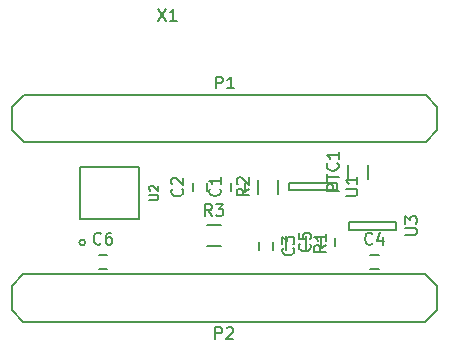
<source format=gbr>
G04 #@! TF.FileFunction,Legend,Top*
%FSLAX46Y46*%
G04 Gerber Fmt 4.6, Leading zero omitted, Abs format (unit mm)*
G04 Created by KiCad (PCBNEW 4.0.2-stable) date 04/04/2016 12:25:54*
%MOMM*%
G01*
G04 APERTURE LIST*
%ADD10C,0.100000*%
%ADD11C,0.150000*%
%ADD12C,0.203200*%
%ADD13C,0.152400*%
G04 APERTURE END LIST*
D10*
D11*
X133290000Y-98100000D02*
X134290000Y-99100000D01*
X133290000Y-96100000D02*
X133290000Y-98100000D01*
X134290000Y-95100000D02*
X133290000Y-96100000D01*
X168290000Y-95100000D02*
X134290000Y-95100000D01*
X169290000Y-96100000D02*
X168290000Y-95100000D01*
X169290000Y-98100000D02*
X169290000Y-96100000D01*
X168290000Y-99100000D02*
X169290000Y-98100000D01*
X134290000Y-99100000D02*
X168290000Y-99100000D01*
X169230000Y-111300000D02*
X168230000Y-110300000D01*
X169230000Y-113300000D02*
X169230000Y-111300000D01*
X168230000Y-114300000D02*
X169230000Y-113300000D01*
X134230000Y-114300000D02*
X168230000Y-114300000D01*
X133230000Y-113300000D02*
X134230000Y-114300000D01*
X133230000Y-111300000D02*
X133230000Y-113300000D01*
X134230000Y-110300000D02*
X133230000Y-111300000D01*
X168230000Y-110300000D02*
X134230000Y-110300000D01*
X163435000Y-101000000D02*
X163435000Y-102200000D01*
X161685000Y-102200000D02*
X161685000Y-101000000D01*
X156425000Y-108250000D02*
X156425000Y-107050000D01*
X158175000Y-107050000D02*
X158175000Y-108250000D01*
X155815000Y-102270000D02*
X155815000Y-103470000D01*
X154065000Y-103470000D02*
X154065000Y-102270000D01*
X150950000Y-107875000D02*
X149750000Y-107875000D01*
X149750000Y-106125000D02*
X150950000Y-106125000D01*
X160750000Y-102570000D02*
X156750000Y-102570000D01*
X156750000Y-103170000D02*
X160750000Y-103170000D01*
X156750000Y-102570000D02*
X156750000Y-103170000D01*
X160750000Y-102570000D02*
X160750000Y-103170000D01*
D12*
X139468000Y-107591000D02*
G75*
G03X139468000Y-107591000I-254000J0D01*
G01*
X139000640Y-101200360D02*
X139000640Y-105599640D01*
X139000640Y-105599640D02*
X143999360Y-105599640D01*
X143999360Y-105599640D02*
X143999360Y-101200360D01*
X143999360Y-101200360D02*
X139000640Y-101200360D01*
D11*
X165800000Y-105900000D02*
X161800000Y-105900000D01*
X161800000Y-106500000D02*
X165800000Y-106500000D01*
X161800000Y-105900000D02*
X161800000Y-106500000D01*
X165800000Y-105900000D02*
X165800000Y-106500000D01*
X151800000Y-103220000D02*
X151800000Y-102520000D01*
X153000000Y-102520000D02*
X153000000Y-103220000D01*
X148600000Y-103250000D02*
X148600000Y-102550000D01*
X149800000Y-102550000D02*
X149800000Y-103250000D01*
X155400000Y-107550000D02*
X155400000Y-108250000D01*
X154200000Y-108250000D02*
X154200000Y-107550000D01*
X163600000Y-108620000D02*
X164300000Y-108620000D01*
X164300000Y-109820000D02*
X163600000Y-109820000D01*
X159400000Y-107900000D02*
X159400000Y-107200000D01*
X160600000Y-107200000D02*
X160600000Y-107900000D01*
X140620000Y-108620000D02*
X141320000Y-108620000D01*
X141320000Y-109820000D02*
X140620000Y-109820000D01*
X150551905Y-94552381D02*
X150551905Y-93552381D01*
X150932858Y-93552381D01*
X151028096Y-93600000D01*
X151075715Y-93647619D01*
X151123334Y-93742857D01*
X151123334Y-93885714D01*
X151075715Y-93980952D01*
X151028096Y-94028571D01*
X150932858Y-94076190D01*
X150551905Y-94076190D01*
X152075715Y-94552381D02*
X151504286Y-94552381D01*
X151790000Y-94552381D02*
X151790000Y-93552381D01*
X151694762Y-93695238D01*
X151599524Y-93790476D01*
X151504286Y-93838095D01*
X150491905Y-115752381D02*
X150491905Y-114752381D01*
X150872858Y-114752381D01*
X150968096Y-114800000D01*
X151015715Y-114847619D01*
X151063334Y-114942857D01*
X151063334Y-115085714D01*
X151015715Y-115180952D01*
X150968096Y-115228571D01*
X150872858Y-115276190D01*
X150491905Y-115276190D01*
X151444286Y-114847619D02*
X151491905Y-114800000D01*
X151587143Y-114752381D01*
X151825239Y-114752381D01*
X151920477Y-114800000D01*
X151968096Y-114847619D01*
X152015715Y-114942857D01*
X152015715Y-115038095D01*
X151968096Y-115180952D01*
X151396667Y-115752381D01*
X152015715Y-115752381D01*
X145640476Y-87822381D02*
X146307143Y-88822381D01*
X146307143Y-87822381D02*
X145640476Y-88822381D01*
X147211905Y-88822381D02*
X146640476Y-88822381D01*
X146926190Y-88822381D02*
X146926190Y-87822381D01*
X146830952Y-87965238D01*
X146735714Y-88060476D01*
X146640476Y-88108095D01*
X160912381Y-103219048D02*
X159912381Y-103219048D01*
X159912381Y-102838095D01*
X159960000Y-102742857D01*
X160007619Y-102695238D01*
X160102857Y-102647619D01*
X160245714Y-102647619D01*
X160340952Y-102695238D01*
X160388571Y-102742857D01*
X160436190Y-102838095D01*
X160436190Y-103219048D01*
X159912381Y-102361905D02*
X159912381Y-101790476D01*
X160912381Y-102076191D02*
X159912381Y-102076191D01*
X160817143Y-100885714D02*
X160864762Y-100933333D01*
X160912381Y-101076190D01*
X160912381Y-101171428D01*
X160864762Y-101314286D01*
X160769524Y-101409524D01*
X160674286Y-101457143D01*
X160483810Y-101504762D01*
X160340952Y-101504762D01*
X160150476Y-101457143D01*
X160055238Y-101409524D01*
X159960000Y-101314286D01*
X159912381Y-101171428D01*
X159912381Y-101076190D01*
X159960000Y-100933333D01*
X160007619Y-100885714D01*
X160912381Y-99933333D02*
X160912381Y-100504762D01*
X160912381Y-100219048D02*
X159912381Y-100219048D01*
X160055238Y-100314286D01*
X160150476Y-100409524D01*
X160198095Y-100504762D01*
X159852381Y-107816666D02*
X159376190Y-108150000D01*
X159852381Y-108388095D02*
X158852381Y-108388095D01*
X158852381Y-108007142D01*
X158900000Y-107911904D01*
X158947619Y-107864285D01*
X159042857Y-107816666D01*
X159185714Y-107816666D01*
X159280952Y-107864285D01*
X159328571Y-107911904D01*
X159376190Y-108007142D01*
X159376190Y-108388095D01*
X159852381Y-106864285D02*
X159852381Y-107435714D01*
X159852381Y-107150000D02*
X158852381Y-107150000D01*
X158995238Y-107245238D01*
X159090476Y-107340476D01*
X159138095Y-107435714D01*
X153292381Y-103036666D02*
X152816190Y-103370000D01*
X153292381Y-103608095D02*
X152292381Y-103608095D01*
X152292381Y-103227142D01*
X152340000Y-103131904D01*
X152387619Y-103084285D01*
X152482857Y-103036666D01*
X152625714Y-103036666D01*
X152720952Y-103084285D01*
X152768571Y-103131904D01*
X152816190Y-103227142D01*
X152816190Y-103608095D01*
X152387619Y-102655714D02*
X152340000Y-102608095D01*
X152292381Y-102512857D01*
X152292381Y-102274761D01*
X152340000Y-102179523D01*
X152387619Y-102131904D01*
X152482857Y-102084285D01*
X152578095Y-102084285D01*
X152720952Y-102131904D01*
X153292381Y-102703333D01*
X153292381Y-102084285D01*
X150183334Y-105352381D02*
X149850000Y-104876190D01*
X149611905Y-105352381D02*
X149611905Y-104352381D01*
X149992858Y-104352381D01*
X150088096Y-104400000D01*
X150135715Y-104447619D01*
X150183334Y-104542857D01*
X150183334Y-104685714D01*
X150135715Y-104780952D01*
X150088096Y-104828571D01*
X149992858Y-104876190D01*
X149611905Y-104876190D01*
X150516667Y-104352381D02*
X151135715Y-104352381D01*
X150802381Y-104733333D01*
X150945239Y-104733333D01*
X151040477Y-104780952D01*
X151088096Y-104828571D01*
X151135715Y-104923810D01*
X151135715Y-105161905D01*
X151088096Y-105257143D01*
X151040477Y-105304762D01*
X150945239Y-105352381D01*
X150659524Y-105352381D01*
X150564286Y-105304762D01*
X150516667Y-105257143D01*
X161502381Y-103631905D02*
X162311905Y-103631905D01*
X162407143Y-103584286D01*
X162454762Y-103536667D01*
X162502381Y-103441429D01*
X162502381Y-103250952D01*
X162454762Y-103155714D01*
X162407143Y-103108095D01*
X162311905Y-103060476D01*
X161502381Y-103060476D01*
X162502381Y-102060476D02*
X162502381Y-102631905D01*
X162502381Y-102346191D02*
X161502381Y-102346191D01*
X161645238Y-102441429D01*
X161740476Y-102536667D01*
X161788095Y-102631905D01*
D13*
X144892714Y-103980571D02*
X145509571Y-103980571D01*
X145582143Y-103944286D01*
X145618429Y-103908000D01*
X145654714Y-103835429D01*
X145654714Y-103690286D01*
X145618429Y-103617714D01*
X145582143Y-103581429D01*
X145509571Y-103545143D01*
X144892714Y-103545143D01*
X144965286Y-103218571D02*
X144929000Y-103182285D01*
X144892714Y-103109714D01*
X144892714Y-102928285D01*
X144929000Y-102855714D01*
X144965286Y-102819428D01*
X145037857Y-102783143D01*
X145110429Y-102783143D01*
X145219286Y-102819428D01*
X145654714Y-103254857D01*
X145654714Y-102783143D01*
D11*
X166552381Y-106961905D02*
X167361905Y-106961905D01*
X167457143Y-106914286D01*
X167504762Y-106866667D01*
X167552381Y-106771429D01*
X167552381Y-106580952D01*
X167504762Y-106485714D01*
X167457143Y-106438095D01*
X167361905Y-106390476D01*
X166552381Y-106390476D01*
X166552381Y-106009524D02*
X166552381Y-105390476D01*
X166933333Y-105723810D01*
X166933333Y-105580952D01*
X166980952Y-105485714D01*
X167028571Y-105438095D01*
X167123810Y-105390476D01*
X167361905Y-105390476D01*
X167457143Y-105438095D01*
X167504762Y-105485714D01*
X167552381Y-105580952D01*
X167552381Y-105866667D01*
X167504762Y-105961905D01*
X167457143Y-106009524D01*
X150857143Y-103036666D02*
X150904762Y-103084285D01*
X150952381Y-103227142D01*
X150952381Y-103322380D01*
X150904762Y-103465238D01*
X150809524Y-103560476D01*
X150714286Y-103608095D01*
X150523810Y-103655714D01*
X150380952Y-103655714D01*
X150190476Y-103608095D01*
X150095238Y-103560476D01*
X150000000Y-103465238D01*
X149952381Y-103322380D01*
X149952381Y-103227142D01*
X150000000Y-103084285D01*
X150047619Y-103036666D01*
X150952381Y-102084285D02*
X150952381Y-102655714D01*
X150952381Y-102370000D02*
X149952381Y-102370000D01*
X150095238Y-102465238D01*
X150190476Y-102560476D01*
X150238095Y-102655714D01*
X147657143Y-103066666D02*
X147704762Y-103114285D01*
X147752381Y-103257142D01*
X147752381Y-103352380D01*
X147704762Y-103495238D01*
X147609524Y-103590476D01*
X147514286Y-103638095D01*
X147323810Y-103685714D01*
X147180952Y-103685714D01*
X146990476Y-103638095D01*
X146895238Y-103590476D01*
X146800000Y-103495238D01*
X146752381Y-103352380D01*
X146752381Y-103257142D01*
X146800000Y-103114285D01*
X146847619Y-103066666D01*
X146847619Y-102685714D02*
X146800000Y-102638095D01*
X146752381Y-102542857D01*
X146752381Y-102304761D01*
X146800000Y-102209523D01*
X146847619Y-102161904D01*
X146942857Y-102114285D01*
X147038095Y-102114285D01*
X147180952Y-102161904D01*
X147752381Y-102733333D01*
X147752381Y-102114285D01*
X157057143Y-108066666D02*
X157104762Y-108114285D01*
X157152381Y-108257142D01*
X157152381Y-108352380D01*
X157104762Y-108495238D01*
X157009524Y-108590476D01*
X156914286Y-108638095D01*
X156723810Y-108685714D01*
X156580952Y-108685714D01*
X156390476Y-108638095D01*
X156295238Y-108590476D01*
X156200000Y-108495238D01*
X156152381Y-108352380D01*
X156152381Y-108257142D01*
X156200000Y-108114285D01*
X156247619Y-108066666D01*
X156152381Y-107733333D02*
X156152381Y-107114285D01*
X156533333Y-107447619D01*
X156533333Y-107304761D01*
X156580952Y-107209523D01*
X156628571Y-107161904D01*
X156723810Y-107114285D01*
X156961905Y-107114285D01*
X157057143Y-107161904D01*
X157104762Y-107209523D01*
X157152381Y-107304761D01*
X157152381Y-107590476D01*
X157104762Y-107685714D01*
X157057143Y-107733333D01*
X163783334Y-107677143D02*
X163735715Y-107724762D01*
X163592858Y-107772381D01*
X163497620Y-107772381D01*
X163354762Y-107724762D01*
X163259524Y-107629524D01*
X163211905Y-107534286D01*
X163164286Y-107343810D01*
X163164286Y-107200952D01*
X163211905Y-107010476D01*
X163259524Y-106915238D01*
X163354762Y-106820000D01*
X163497620Y-106772381D01*
X163592858Y-106772381D01*
X163735715Y-106820000D01*
X163783334Y-106867619D01*
X164640477Y-107105714D02*
X164640477Y-107772381D01*
X164402381Y-106724762D02*
X164164286Y-107439048D01*
X164783334Y-107439048D01*
X158457143Y-107716666D02*
X158504762Y-107764285D01*
X158552381Y-107907142D01*
X158552381Y-108002380D01*
X158504762Y-108145238D01*
X158409524Y-108240476D01*
X158314286Y-108288095D01*
X158123810Y-108335714D01*
X157980952Y-108335714D01*
X157790476Y-108288095D01*
X157695238Y-108240476D01*
X157600000Y-108145238D01*
X157552381Y-108002380D01*
X157552381Y-107907142D01*
X157600000Y-107764285D01*
X157647619Y-107716666D01*
X157552381Y-106811904D02*
X157552381Y-107288095D01*
X158028571Y-107335714D01*
X157980952Y-107288095D01*
X157933333Y-107192857D01*
X157933333Y-106954761D01*
X157980952Y-106859523D01*
X158028571Y-106811904D01*
X158123810Y-106764285D01*
X158361905Y-106764285D01*
X158457143Y-106811904D01*
X158504762Y-106859523D01*
X158552381Y-106954761D01*
X158552381Y-107192857D01*
X158504762Y-107288095D01*
X158457143Y-107335714D01*
X140803334Y-107677143D02*
X140755715Y-107724762D01*
X140612858Y-107772381D01*
X140517620Y-107772381D01*
X140374762Y-107724762D01*
X140279524Y-107629524D01*
X140231905Y-107534286D01*
X140184286Y-107343810D01*
X140184286Y-107200952D01*
X140231905Y-107010476D01*
X140279524Y-106915238D01*
X140374762Y-106820000D01*
X140517620Y-106772381D01*
X140612858Y-106772381D01*
X140755715Y-106820000D01*
X140803334Y-106867619D01*
X141660477Y-106772381D02*
X141470000Y-106772381D01*
X141374762Y-106820000D01*
X141327143Y-106867619D01*
X141231905Y-107010476D01*
X141184286Y-107200952D01*
X141184286Y-107581905D01*
X141231905Y-107677143D01*
X141279524Y-107724762D01*
X141374762Y-107772381D01*
X141565239Y-107772381D01*
X141660477Y-107724762D01*
X141708096Y-107677143D01*
X141755715Y-107581905D01*
X141755715Y-107343810D01*
X141708096Y-107248571D01*
X141660477Y-107200952D01*
X141565239Y-107153333D01*
X141374762Y-107153333D01*
X141279524Y-107200952D01*
X141231905Y-107248571D01*
X141184286Y-107343810D01*
M02*

</source>
